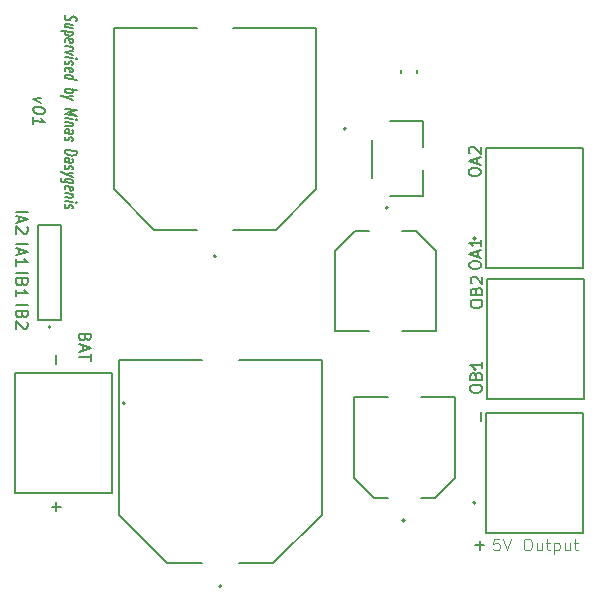
<source format=gbr>
%TF.GenerationSoftware,KiCad,Pcbnew,(5.1.6)-1*%
%TF.CreationDate,2020-08-14T09:47:52+03:00*%
%TF.ProjectId,Circuit Thesis,43697263-7569-4742-9054-68657369732e,rev?*%
%TF.SameCoordinates,Original*%
%TF.FileFunction,Legend,Top*%
%TF.FilePolarity,Positive*%
%FSLAX46Y46*%
G04 Gerber Fmt 4.6, Leading zero omitted, Abs format (unit mm)*
G04 Created by KiCad (PCBNEW (5.1.6)-1) date 2020-08-14 09:47:52*
%MOMM*%
%LPD*%
G01*
G04 APERTURE LIST*
%ADD10C,0.100000*%
%ADD11C,0.150000*%
%ADD12C,0.127000*%
%ADD13C,0.200000*%
G04 APERTURE END LIST*
D10*
X167918190Y-114463580D02*
X167442000Y-114463580D01*
X167394380Y-114939771D01*
X167442000Y-114892152D01*
X167537238Y-114844533D01*
X167775333Y-114844533D01*
X167870571Y-114892152D01*
X167918190Y-114939771D01*
X167965809Y-115035009D01*
X167965809Y-115273104D01*
X167918190Y-115368342D01*
X167870571Y-115415961D01*
X167775333Y-115463580D01*
X167537238Y-115463580D01*
X167442000Y-115415961D01*
X167394380Y-115368342D01*
X168251523Y-114463580D02*
X168584857Y-115463580D01*
X168918190Y-114463580D01*
X170203904Y-114463580D02*
X170394380Y-114463580D01*
X170489619Y-114511200D01*
X170584857Y-114606438D01*
X170632476Y-114796914D01*
X170632476Y-115130247D01*
X170584857Y-115320723D01*
X170489619Y-115415961D01*
X170394380Y-115463580D01*
X170203904Y-115463580D01*
X170108666Y-115415961D01*
X170013428Y-115320723D01*
X169965809Y-115130247D01*
X169965809Y-114796914D01*
X170013428Y-114606438D01*
X170108666Y-114511200D01*
X170203904Y-114463580D01*
X171489619Y-114796914D02*
X171489619Y-115463580D01*
X171061047Y-114796914D02*
X171061047Y-115320723D01*
X171108666Y-115415961D01*
X171203904Y-115463580D01*
X171346761Y-115463580D01*
X171442000Y-115415961D01*
X171489619Y-115368342D01*
X171822952Y-114796914D02*
X172203904Y-114796914D01*
X171965809Y-114463580D02*
X171965809Y-115320723D01*
X172013428Y-115415961D01*
X172108666Y-115463580D01*
X172203904Y-115463580D01*
X172537238Y-114796914D02*
X172537238Y-115796914D01*
X172537238Y-114844533D02*
X172632476Y-114796914D01*
X172822952Y-114796914D01*
X172918190Y-114844533D01*
X172965809Y-114892152D01*
X173013428Y-114987390D01*
X173013428Y-115273104D01*
X172965809Y-115368342D01*
X172918190Y-115415961D01*
X172822952Y-115463580D01*
X172632476Y-115463580D01*
X172537238Y-115415961D01*
X173870571Y-114796914D02*
X173870571Y-115463580D01*
X173442000Y-114796914D02*
X173442000Y-115320723D01*
X173489619Y-115415961D01*
X173584857Y-115463580D01*
X173727714Y-115463580D01*
X173822952Y-115415961D01*
X173870571Y-115368342D01*
X174203904Y-114796914D02*
X174584857Y-114796914D01*
X174346761Y-114463580D02*
X174346761Y-115320723D01*
X174394380Y-115415961D01*
X174489619Y-115463580D01*
X174584857Y-115463580D01*
D11*
X132862628Y-97432904D02*
X132815009Y-97575761D01*
X132767390Y-97623380D01*
X132672152Y-97671000D01*
X132529295Y-97671000D01*
X132434057Y-97623380D01*
X132386438Y-97575761D01*
X132338819Y-97480523D01*
X132338819Y-97099571D01*
X133338819Y-97099571D01*
X133338819Y-97432904D01*
X133291200Y-97528142D01*
X133243580Y-97575761D01*
X133148342Y-97623380D01*
X133053104Y-97623380D01*
X132957866Y-97575761D01*
X132910247Y-97528142D01*
X132862628Y-97432904D01*
X132862628Y-97099571D01*
X132624533Y-98051952D02*
X132624533Y-98528142D01*
X132338819Y-97956714D02*
X133338819Y-98290047D01*
X132338819Y-98623380D01*
X133338819Y-98813857D02*
X133338819Y-99385285D01*
X132338819Y-99099571D02*
X133338819Y-99099571D01*
X165441380Y-101858628D02*
X165441380Y-101668152D01*
X165489000Y-101572914D01*
X165584238Y-101477676D01*
X165774714Y-101430057D01*
X166108047Y-101430057D01*
X166298523Y-101477676D01*
X166393761Y-101572914D01*
X166441380Y-101668152D01*
X166441380Y-101858628D01*
X166393761Y-101953866D01*
X166298523Y-102049104D01*
X166108047Y-102096723D01*
X165774714Y-102096723D01*
X165584238Y-102049104D01*
X165489000Y-101953866D01*
X165441380Y-101858628D01*
X165917571Y-100668152D02*
X165965190Y-100525295D01*
X166012809Y-100477676D01*
X166108047Y-100430057D01*
X166250904Y-100430057D01*
X166346142Y-100477676D01*
X166393761Y-100525295D01*
X166441380Y-100620533D01*
X166441380Y-101001485D01*
X165441380Y-101001485D01*
X165441380Y-100668152D01*
X165489000Y-100572914D01*
X165536619Y-100525295D01*
X165631857Y-100477676D01*
X165727095Y-100477676D01*
X165822333Y-100525295D01*
X165869952Y-100572914D01*
X165917571Y-100668152D01*
X165917571Y-101001485D01*
X166441380Y-99477676D02*
X166441380Y-100049104D01*
X166441380Y-99763390D02*
X165441380Y-99763390D01*
X165584238Y-99858628D01*
X165679476Y-99953866D01*
X165727095Y-100049104D01*
X165466780Y-94670428D02*
X165466780Y-94479952D01*
X165514400Y-94384714D01*
X165609638Y-94289476D01*
X165800114Y-94241857D01*
X166133447Y-94241857D01*
X166323923Y-94289476D01*
X166419161Y-94384714D01*
X166466780Y-94479952D01*
X166466780Y-94670428D01*
X166419161Y-94765666D01*
X166323923Y-94860904D01*
X166133447Y-94908523D01*
X165800114Y-94908523D01*
X165609638Y-94860904D01*
X165514400Y-94765666D01*
X165466780Y-94670428D01*
X165942971Y-93479952D02*
X165990590Y-93337095D01*
X166038209Y-93289476D01*
X166133447Y-93241857D01*
X166276304Y-93241857D01*
X166371542Y-93289476D01*
X166419161Y-93337095D01*
X166466780Y-93432333D01*
X166466780Y-93813285D01*
X165466780Y-93813285D01*
X165466780Y-93479952D01*
X165514400Y-93384714D01*
X165562019Y-93337095D01*
X165657257Y-93289476D01*
X165752495Y-93289476D01*
X165847733Y-93337095D01*
X165895352Y-93384714D01*
X165942971Y-93479952D01*
X165942971Y-93813285D01*
X165562019Y-92860904D02*
X165514400Y-92813285D01*
X165466780Y-92718047D01*
X165466780Y-92479952D01*
X165514400Y-92384714D01*
X165562019Y-92337095D01*
X165657257Y-92289476D01*
X165752495Y-92289476D01*
X165895352Y-92337095D01*
X166466780Y-92908523D01*
X166466780Y-92289476D01*
X126979419Y-89493838D02*
X127979419Y-89493838D01*
X127265133Y-89922409D02*
X127265133Y-90398600D01*
X126979419Y-89827171D02*
X127979419Y-90160504D01*
X126979419Y-90493838D01*
X126979419Y-91350980D02*
X126979419Y-90779552D01*
X126979419Y-91065266D02*
X127979419Y-91065266D01*
X127836561Y-90970028D01*
X127741323Y-90874790D01*
X127693704Y-90779552D01*
X126979419Y-86776038D02*
X127979419Y-86776038D01*
X127265133Y-87204609D02*
X127265133Y-87680800D01*
X126979419Y-87109371D02*
X127979419Y-87442704D01*
X126979419Y-87776038D01*
X127884180Y-88061752D02*
X127931800Y-88109371D01*
X127979419Y-88204609D01*
X127979419Y-88442704D01*
X127931800Y-88537942D01*
X127884180Y-88585561D01*
X127788942Y-88633180D01*
X127693704Y-88633180D01*
X127550847Y-88585561D01*
X126979419Y-88014133D01*
X126979419Y-88633180D01*
X126979419Y-94680209D02*
X127979419Y-94680209D01*
X127503228Y-95489733D02*
X127455609Y-95632590D01*
X127407990Y-95680209D01*
X127312752Y-95727828D01*
X127169895Y-95727828D01*
X127074657Y-95680209D01*
X127027038Y-95632590D01*
X126979419Y-95537352D01*
X126979419Y-95156400D01*
X127979419Y-95156400D01*
X127979419Y-95489733D01*
X127931800Y-95584971D01*
X127884180Y-95632590D01*
X127788942Y-95680209D01*
X127693704Y-95680209D01*
X127598466Y-95632590D01*
X127550847Y-95584971D01*
X127503228Y-95489733D01*
X127503228Y-95156400D01*
X127884180Y-96108780D02*
X127931800Y-96156400D01*
X127979419Y-96251638D01*
X127979419Y-96489733D01*
X127931800Y-96584971D01*
X127884180Y-96632590D01*
X127788942Y-96680209D01*
X127693704Y-96680209D01*
X127550847Y-96632590D01*
X126979419Y-96061161D01*
X126979419Y-96680209D01*
X126979419Y-91962409D02*
X127979419Y-91962409D01*
X127503228Y-92771933D02*
X127455609Y-92914790D01*
X127407990Y-92962409D01*
X127312752Y-93010028D01*
X127169895Y-93010028D01*
X127074657Y-92962409D01*
X127027038Y-92914790D01*
X126979419Y-92819552D01*
X126979419Y-92438600D01*
X127979419Y-92438600D01*
X127979419Y-92771933D01*
X127931800Y-92867171D01*
X127884180Y-92914790D01*
X127788942Y-92962409D01*
X127693704Y-92962409D01*
X127598466Y-92914790D01*
X127550847Y-92867171D01*
X127503228Y-92771933D01*
X127503228Y-92438600D01*
X126979419Y-93962409D02*
X126979419Y-93390980D01*
X126979419Y-93676695D02*
X127979419Y-93676695D01*
X127836561Y-93581457D01*
X127741323Y-93486219D01*
X127693704Y-93390980D01*
X165862047Y-115006428D02*
X166623952Y-115006428D01*
X166243000Y-115387380D02*
X166243000Y-114625476D01*
X166390628Y-104495552D02*
X166390628Y-103733647D01*
X165365180Y-91398600D02*
X165365180Y-91208123D01*
X165412800Y-91112885D01*
X165508038Y-91017647D01*
X165698514Y-90970028D01*
X166031847Y-90970028D01*
X166222323Y-91017647D01*
X166317561Y-91112885D01*
X166365180Y-91208123D01*
X166365180Y-91398600D01*
X166317561Y-91493838D01*
X166222323Y-91589076D01*
X166031847Y-91636695D01*
X165698514Y-91636695D01*
X165508038Y-91589076D01*
X165412800Y-91493838D01*
X165365180Y-91398600D01*
X166079466Y-90589076D02*
X166079466Y-90112885D01*
X166365180Y-90684314D02*
X165365180Y-90350980D01*
X166365180Y-90017647D01*
X166365180Y-89160504D02*
X166365180Y-89731933D01*
X166365180Y-89446219D02*
X165365180Y-89446219D01*
X165508038Y-89541457D01*
X165603276Y-89636695D01*
X165650895Y-89731933D01*
X165314380Y-83524600D02*
X165314380Y-83334123D01*
X165362000Y-83238885D01*
X165457238Y-83143647D01*
X165647714Y-83096028D01*
X165981047Y-83096028D01*
X166171523Y-83143647D01*
X166266761Y-83238885D01*
X166314380Y-83334123D01*
X166314380Y-83524600D01*
X166266761Y-83619838D01*
X166171523Y-83715076D01*
X165981047Y-83762695D01*
X165647714Y-83762695D01*
X165457238Y-83715076D01*
X165362000Y-83619838D01*
X165314380Y-83524600D01*
X166028666Y-82715076D02*
X166028666Y-82238885D01*
X166314380Y-82810314D02*
X165314380Y-82476980D01*
X166314380Y-82143647D01*
X165409619Y-81857933D02*
X165362000Y-81810314D01*
X165314380Y-81715076D01*
X165314380Y-81476980D01*
X165362000Y-81381742D01*
X165409619Y-81334123D01*
X165504857Y-81286504D01*
X165600095Y-81286504D01*
X165742952Y-81334123D01*
X166314380Y-81905552D01*
X166314380Y-81286504D01*
X130348028Y-99669552D02*
X130348028Y-98907647D01*
X129997247Y-111755228D02*
X130759152Y-111755228D01*
X130378200Y-112136180D02*
X130378200Y-111374276D01*
X129093885Y-77126472D02*
X128427219Y-77281233D01*
X129093885Y-77602662D01*
X129427219Y-78215757D02*
X129427219Y-78310995D01*
X129379600Y-78400281D01*
X129331980Y-78441948D01*
X129236742Y-78477662D01*
X129046266Y-78501472D01*
X128808171Y-78471710D01*
X128617695Y-78400281D01*
X128522457Y-78340757D01*
X128474838Y-78287186D01*
X128427219Y-78185995D01*
X128427219Y-78090757D01*
X128474838Y-78001472D01*
X128522457Y-77959805D01*
X128617695Y-77924091D01*
X128808171Y-77900281D01*
X129046266Y-77930043D01*
X129236742Y-78001472D01*
X129331980Y-78060995D01*
X129379600Y-78114567D01*
X129427219Y-78215757D01*
X128427219Y-79376472D02*
X128427219Y-78805043D01*
X128427219Y-79090757D02*
X129427219Y-79215757D01*
X129284361Y-79102662D01*
X129189123Y-78995519D01*
X129141504Y-78894329D01*
X131167238Y-70165767D02*
X131119619Y-70259814D01*
X131119619Y-70426481D01*
X131167238Y-70499100D01*
X131214857Y-70538386D01*
X131310095Y-70583624D01*
X131405333Y-70595529D01*
X131500571Y-70574100D01*
X131548190Y-70546719D01*
X131595809Y-70486005D01*
X131643428Y-70358624D01*
X131691047Y-70297910D01*
X131738666Y-70270529D01*
X131833904Y-70249100D01*
X131929142Y-70261005D01*
X132024380Y-70306243D01*
X132072000Y-70345529D01*
X132119619Y-70418148D01*
X132119619Y-70584814D01*
X132072000Y-70678862D01*
X131786285Y-71243148D02*
X131119619Y-71159814D01*
X131786285Y-70943148D02*
X131262476Y-70877672D01*
X131167238Y-70899100D01*
X131119619Y-70959814D01*
X131119619Y-71059814D01*
X131167238Y-71132433D01*
X131214857Y-71171719D01*
X131786285Y-71576481D02*
X130786285Y-71451481D01*
X131738666Y-71570529D02*
X131786285Y-71643148D01*
X131786285Y-71776481D01*
X131738666Y-71837195D01*
X131691047Y-71864576D01*
X131595809Y-71886005D01*
X131310095Y-71850291D01*
X131214857Y-71805052D01*
X131167238Y-71765767D01*
X131119619Y-71693148D01*
X131119619Y-71559814D01*
X131167238Y-71499100D01*
X131167238Y-72399100D02*
X131119619Y-72326481D01*
X131119619Y-72193148D01*
X131167238Y-72132433D01*
X131262476Y-72111005D01*
X131643428Y-72158624D01*
X131738666Y-72203862D01*
X131786285Y-72276481D01*
X131786285Y-72409814D01*
X131738666Y-72470529D01*
X131643428Y-72491957D01*
X131548190Y-72480052D01*
X131452952Y-72134814D01*
X131119619Y-72726481D02*
X131786285Y-72809814D01*
X131595809Y-72786005D02*
X131691047Y-72831243D01*
X131738666Y-72870529D01*
X131786285Y-72943148D01*
X131786285Y-73009814D01*
X131786285Y-73176481D02*
X131119619Y-73259814D01*
X131786285Y-73509814D01*
X131119619Y-73693148D02*
X131786285Y-73776481D01*
X132119619Y-73818148D02*
X132072000Y-73778862D01*
X132024380Y-73806243D01*
X132072000Y-73845529D01*
X132119619Y-73818148D01*
X132024380Y-73806243D01*
X131167238Y-73999100D02*
X131119619Y-74059814D01*
X131119619Y-74193148D01*
X131167238Y-74265767D01*
X131262476Y-74311005D01*
X131310095Y-74316957D01*
X131405333Y-74295529D01*
X131452952Y-74234814D01*
X131452952Y-74134814D01*
X131500571Y-74074100D01*
X131595809Y-74052672D01*
X131643428Y-74058624D01*
X131738666Y-74103862D01*
X131786285Y-74176481D01*
X131786285Y-74276481D01*
X131738666Y-74337195D01*
X131167238Y-74865767D02*
X131119619Y-74793148D01*
X131119619Y-74659814D01*
X131167238Y-74599100D01*
X131262476Y-74577672D01*
X131643428Y-74625291D01*
X131738666Y-74670529D01*
X131786285Y-74743148D01*
X131786285Y-74876481D01*
X131738666Y-74937195D01*
X131643428Y-74958624D01*
X131548190Y-74946719D01*
X131452952Y-74601481D01*
X131119619Y-75493148D02*
X132119619Y-75618148D01*
X131167238Y-75499100D02*
X131119619Y-75426481D01*
X131119619Y-75293148D01*
X131167238Y-75232433D01*
X131214857Y-75205052D01*
X131310095Y-75183624D01*
X131595809Y-75219338D01*
X131691047Y-75264576D01*
X131738666Y-75303862D01*
X131786285Y-75376481D01*
X131786285Y-75509814D01*
X131738666Y-75570529D01*
X131119619Y-76359814D02*
X132119619Y-76484814D01*
X131738666Y-76437195D02*
X131786285Y-76509814D01*
X131786285Y-76643148D01*
X131738666Y-76703862D01*
X131691047Y-76731243D01*
X131595809Y-76752672D01*
X131310095Y-76716957D01*
X131214857Y-76671719D01*
X131167238Y-76632433D01*
X131119619Y-76559814D01*
X131119619Y-76426481D01*
X131167238Y-76365767D01*
X131786285Y-77009814D02*
X131119619Y-77093148D01*
X131786285Y-77343148D02*
X131119619Y-77093148D01*
X130881523Y-76996719D01*
X130833904Y-76957433D01*
X130786285Y-76884814D01*
X131119619Y-78059814D02*
X132119619Y-78184814D01*
X131405333Y-78328862D01*
X132119619Y-78651481D01*
X131119619Y-78526481D01*
X131119619Y-78859814D02*
X131786285Y-78943148D01*
X132119619Y-78984814D02*
X132072000Y-78945529D01*
X132024380Y-78972910D01*
X132072000Y-79012195D01*
X132119619Y-78984814D01*
X132024380Y-78972910D01*
X131786285Y-79276481D02*
X131119619Y-79193148D01*
X131691047Y-79264576D02*
X131738666Y-79303862D01*
X131786285Y-79376481D01*
X131786285Y-79476481D01*
X131738666Y-79537195D01*
X131643428Y-79558624D01*
X131119619Y-79493148D01*
X131119619Y-80126481D02*
X131643428Y-80191957D01*
X131738666Y-80170529D01*
X131786285Y-80109814D01*
X131786285Y-79976481D01*
X131738666Y-79903862D01*
X131167238Y-80132433D02*
X131119619Y-80059814D01*
X131119619Y-79893148D01*
X131167238Y-79832433D01*
X131262476Y-79811005D01*
X131357714Y-79822910D01*
X131452952Y-79868148D01*
X131500571Y-79940767D01*
X131500571Y-80107433D01*
X131548190Y-80180052D01*
X131167238Y-80432433D02*
X131119619Y-80493148D01*
X131119619Y-80626481D01*
X131167238Y-80699100D01*
X131262476Y-80744338D01*
X131310095Y-80750291D01*
X131405333Y-80728862D01*
X131452952Y-80668148D01*
X131452952Y-80568148D01*
X131500571Y-80507433D01*
X131595809Y-80486005D01*
X131643428Y-80491957D01*
X131738666Y-80537195D01*
X131786285Y-80609814D01*
X131786285Y-80709814D01*
X131738666Y-80770529D01*
X131119619Y-81559814D02*
X132119619Y-81684814D01*
X132119619Y-81851481D01*
X132072000Y-81945529D01*
X131976761Y-82000291D01*
X131881523Y-82021719D01*
X131691047Y-82031243D01*
X131548190Y-82013386D01*
X131357714Y-81956243D01*
X131262476Y-81911005D01*
X131167238Y-81832433D01*
X131119619Y-81726481D01*
X131119619Y-81559814D01*
X131119619Y-82559814D02*
X131643428Y-82625291D01*
X131738666Y-82603862D01*
X131786285Y-82543148D01*
X131786285Y-82409814D01*
X131738666Y-82337195D01*
X131167238Y-82565767D02*
X131119619Y-82493148D01*
X131119619Y-82326481D01*
X131167238Y-82265767D01*
X131262476Y-82244338D01*
X131357714Y-82256243D01*
X131452952Y-82301481D01*
X131500571Y-82374100D01*
X131500571Y-82540767D01*
X131548190Y-82613386D01*
X131167238Y-82865767D02*
X131119619Y-82926481D01*
X131119619Y-83059814D01*
X131167238Y-83132433D01*
X131262476Y-83177672D01*
X131310095Y-83183624D01*
X131405333Y-83162195D01*
X131452952Y-83101481D01*
X131452952Y-83001481D01*
X131500571Y-82940767D01*
X131595809Y-82919338D01*
X131643428Y-82925291D01*
X131738666Y-82970529D01*
X131786285Y-83043148D01*
X131786285Y-83143148D01*
X131738666Y-83203862D01*
X131786285Y-83476481D02*
X131119619Y-83559814D01*
X131786285Y-83809814D02*
X131119619Y-83559814D01*
X130881523Y-83463386D01*
X130833904Y-83424100D01*
X130786285Y-83351481D01*
X131786285Y-84376481D02*
X130976761Y-84275291D01*
X130881523Y-84230052D01*
X130833904Y-84190767D01*
X130786285Y-84118148D01*
X130786285Y-84018148D01*
X130833904Y-83957433D01*
X131167238Y-84299100D02*
X131119619Y-84226481D01*
X131119619Y-84093148D01*
X131167238Y-84032433D01*
X131214857Y-84005052D01*
X131310095Y-83983624D01*
X131595809Y-84019338D01*
X131691047Y-84064576D01*
X131738666Y-84103862D01*
X131786285Y-84176481D01*
X131786285Y-84309814D01*
X131738666Y-84370529D01*
X131167238Y-84899100D02*
X131119619Y-84826481D01*
X131119619Y-84693148D01*
X131167238Y-84632433D01*
X131262476Y-84611005D01*
X131643428Y-84658624D01*
X131738666Y-84703862D01*
X131786285Y-84776481D01*
X131786285Y-84909814D01*
X131738666Y-84970529D01*
X131643428Y-84991957D01*
X131548190Y-84980052D01*
X131452952Y-84634814D01*
X131786285Y-85309814D02*
X131119619Y-85226481D01*
X131691047Y-85297910D02*
X131738666Y-85337195D01*
X131786285Y-85409814D01*
X131786285Y-85509814D01*
X131738666Y-85570529D01*
X131643428Y-85591957D01*
X131119619Y-85526481D01*
X131119619Y-85859814D02*
X131786285Y-85943148D01*
X132119619Y-85984814D02*
X132072000Y-85945529D01*
X132024380Y-85972910D01*
X132072000Y-86012195D01*
X132119619Y-85984814D01*
X132024380Y-85972910D01*
X131167238Y-86165767D02*
X131119619Y-86226481D01*
X131119619Y-86359814D01*
X131167238Y-86432433D01*
X131262476Y-86477672D01*
X131310095Y-86483624D01*
X131405333Y-86462195D01*
X131452952Y-86401481D01*
X131452952Y-86301481D01*
X131500571Y-86240767D01*
X131595809Y-86219338D01*
X131643428Y-86225291D01*
X131738666Y-86270529D01*
X131786285Y-86343148D01*
X131786285Y-86443148D01*
X131738666Y-86503862D01*
D12*
%TO.C,C8*%
X162453000Y-110993500D02*
X161273000Y-110993500D01*
X164150000Y-109293500D02*
X162453000Y-110993500D01*
X157333000Y-110993500D02*
X158513000Y-110993500D01*
X155636000Y-109303500D02*
X157333000Y-110993500D01*
D13*
X159893000Y-112943500D02*
G75*
G03*
X159893000Y-112943500I-100000J0D01*
G01*
D12*
X164150000Y-102493500D02*
X164150000Y-109293500D01*
X161273000Y-102493500D02*
X164150000Y-102493500D01*
X155636000Y-102493500D02*
X158513000Y-102493500D01*
X155636000Y-109303500D02*
X155636000Y-102493500D01*
%TO.C,C2*%
X155707400Y-88409200D02*
X156887400Y-88409200D01*
X154010400Y-90109200D02*
X155707400Y-88409200D01*
X160827400Y-88409200D02*
X159647400Y-88409200D01*
X162524400Y-90099200D02*
X160827400Y-88409200D01*
D13*
X158467400Y-86459200D02*
G75*
G03*
X158467400Y-86459200I-100000J0D01*
G01*
D12*
X154010400Y-96909200D02*
X154010400Y-90109200D01*
X156887400Y-96909200D02*
X154010400Y-96909200D01*
X162524400Y-96909200D02*
X159647400Y-96909200D01*
X162524400Y-90099200D02*
X162524400Y-96909200D01*
%TO.C,R5*%
X160974000Y-75050000D02*
X160974000Y-74810000D01*
X159574000Y-75050000D02*
X159574000Y-74810000D01*
D13*
%TO.C,R6*%
X154908800Y-79756000D02*
G75*
G03*
X154908800Y-79756000I-100000J0D01*
G01*
D12*
X161468800Y-83296000D02*
X161468800Y-85471000D01*
X161468800Y-79121000D02*
X161468800Y-81296000D01*
X158608800Y-79121000D02*
X161468800Y-79121000D01*
X157148800Y-83896000D02*
X157148800Y-80696000D01*
X161468800Y-85471000D02*
X158608800Y-85471000D01*
D13*
%TO.C,J6*%
X165942000Y-100139500D02*
G75*
G03*
X165942000Y-100139500I-100000J0D01*
G01*
D12*
X175042000Y-92519500D02*
X175042000Y-102679500D01*
X166842000Y-102679500D02*
X166842000Y-92519500D01*
X166842000Y-92519500D02*
X175042000Y-92519500D01*
X175042000Y-102679500D02*
X166842000Y-102679500D01*
D13*
%TO.C,J5*%
X165916600Y-89052400D02*
G75*
G03*
X165916600Y-89052400I-100000J0D01*
G01*
D12*
X175016600Y-81432400D02*
X175016600Y-91592400D01*
X166816600Y-91592400D02*
X166816600Y-81432400D01*
X166816600Y-81432400D02*
X175016600Y-81432400D01*
X175016600Y-91592400D02*
X166816600Y-91592400D01*
D13*
%TO.C,J2*%
X165878500Y-111442500D02*
G75*
G03*
X165878500Y-111442500I-100000J0D01*
G01*
D12*
X174978500Y-103822500D02*
X174978500Y-113982500D01*
X166778500Y-113982500D02*
X166778500Y-103822500D01*
X166778500Y-103822500D02*
X174978500Y-103822500D01*
X174978500Y-113982500D02*
X166778500Y-113982500D01*
D13*
%TO.C,J1*%
X136200000Y-103000000D02*
G75*
G03*
X136200000Y-103000000I-100000J0D01*
G01*
D12*
X126900000Y-110620000D02*
X126900000Y-100460000D01*
X135100000Y-100460000D02*
X135100000Y-110620000D01*
X135100000Y-110620000D02*
X126900000Y-110620000D01*
X126900000Y-100460000D02*
X135100000Y-100460000D01*
D13*
%TO.C,J8*%
X129919400Y-96563200D02*
G75*
G03*
X129919400Y-96563200I-100000J0D01*
G01*
D12*
X130819400Y-87913200D02*
X130819400Y-95913200D01*
X128819400Y-87913200D02*
X128819400Y-95913200D01*
X128819400Y-87913200D02*
X130819400Y-87913200D01*
X130819400Y-95913200D02*
X128819400Y-95913200D01*
D13*
%TO.C,C1*%
X143927500Y-90556000D02*
G75*
G03*
X143927500Y-90556000I-100000J0D01*
G01*
D12*
X148957500Y-88306000D02*
X145357500Y-88306000D01*
X152377500Y-84886000D02*
X148957500Y-88306000D01*
X152377500Y-71206000D02*
X152377500Y-84886000D01*
X145357500Y-71206000D02*
X152377500Y-71206000D01*
X135277500Y-71206000D02*
X142297500Y-71206000D01*
X135277500Y-84886000D02*
X135277500Y-71206000D01*
X138697500Y-88306000D02*
X135277500Y-84886000D01*
X142297500Y-88306000D02*
X138697500Y-88306000D01*
D13*
%TO.C,C6*%
X144372000Y-118500000D02*
G75*
G03*
X144372000Y-118500000I-100000J0D01*
G01*
D12*
X145842000Y-99350000D02*
X152872000Y-99350000D01*
X148772000Y-116550000D02*
X145842000Y-116550000D01*
X135672000Y-112450000D02*
X135672000Y-99350000D01*
X139772000Y-116550000D02*
X135672000Y-112450000D01*
X142702000Y-116550000D02*
X139772000Y-116550000D01*
X152872000Y-112450000D02*
X148772000Y-116550000D01*
X152872000Y-99350000D02*
X152872000Y-112450000D01*
X135672000Y-99350000D02*
X142702000Y-99350000D01*
%TD*%
M02*

</source>
